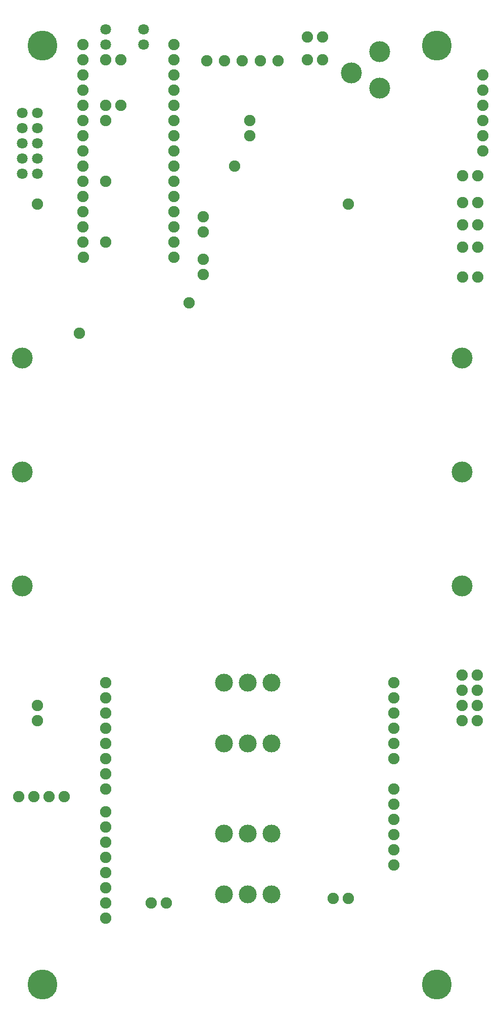
<source format=gbr>
%FSLAX34Y34*%
%MOMM*%
%LNSOLDERMASK_BOTTOM*%
G71*
G01*
%ADD10C, 5.00*%
%ADD11C, 1.80*%
%ADD12C, 1.90*%
%ADD13C, 1.90*%
%ADD14C, 3.50*%
%ADD15C, 3.00*%
%ADD16C, 1.80*%
%LPD*%
X110000Y-1635000D02*
G54D10*
D03*
X770000Y-1635000D02*
G54D10*
D03*
X101600Y-228600D02*
G54D11*
D03*
X101500Y-279400D02*
G54D11*
D03*
X215900Y-292100D02*
G54D12*
D03*
X215900Y-393700D02*
G54D12*
D03*
X384650Y-90400D02*
G54D13*
D03*
X414650Y-90400D02*
G54D13*
D03*
X444650Y-90400D02*
G54D13*
D03*
X474650Y-90400D02*
G54D13*
D03*
X504650Y-90400D02*
G54D13*
D03*
X698500Y-1130300D02*
G54D12*
D03*
X698500Y-1155700D02*
G54D12*
D03*
X698500Y-1181100D02*
G54D12*
D03*
X698500Y-1206500D02*
G54D12*
D03*
X698500Y-1231900D02*
G54D12*
D03*
X698500Y-1257300D02*
G54D12*
D03*
X698500Y-1308100D02*
G54D12*
D03*
X698500Y-1333500D02*
G54D12*
D03*
X698500Y-1358900D02*
G54D12*
D03*
X698500Y-1384300D02*
G54D12*
D03*
X698500Y-1409700D02*
G54D12*
D03*
X698500Y-1435100D02*
G54D12*
D03*
X215900Y-1130300D02*
G54D12*
D03*
X215900Y-1155700D02*
G54D12*
D03*
X215900Y-1181100D02*
G54D12*
D03*
X215900Y-1206500D02*
G54D12*
D03*
X215900Y-1231900D02*
G54D12*
D03*
X215900Y-1257300D02*
G54D12*
D03*
X215900Y-1282700D02*
G54D12*
D03*
X215900Y-1308100D02*
G54D12*
D03*
X215900Y-1346200D02*
G54D12*
D03*
X215900Y-1371600D02*
G54D12*
D03*
X215900Y-1397000D02*
G54D12*
D03*
X215900Y-1422400D02*
G54D12*
D03*
X215900Y-1447800D02*
G54D12*
D03*
X215900Y-1473200D02*
G54D12*
D03*
X215900Y-1498600D02*
G54D12*
D03*
X215900Y-1524000D02*
G54D12*
D03*
X846900Y-114300D02*
G54D12*
D03*
X846900Y-139700D02*
G54D12*
D03*
X846900Y-165100D02*
G54D12*
D03*
X846900Y-190500D02*
G54D12*
D03*
X846900Y-215900D02*
G54D12*
D03*
X846900Y-241300D02*
G54D12*
D03*
X177800Y-63500D02*
G54D12*
D03*
X177800Y-88900D02*
G54D12*
D03*
X177800Y-114300D02*
G54D12*
D03*
X177800Y-139700D02*
G54D12*
D03*
X177800Y-165100D02*
G54D12*
D03*
X177800Y-190500D02*
G54D12*
D03*
X177800Y-215900D02*
G54D12*
D03*
X177800Y-241300D02*
G54D12*
D03*
X177800Y-266700D02*
G54D12*
D03*
X177800Y-292100D02*
G54D12*
D03*
X177800Y-317500D02*
G54D12*
D03*
X177800Y-342900D02*
G54D12*
D03*
X177800Y-368300D02*
G54D12*
D03*
X177800Y-393700D02*
G54D12*
D03*
X178600Y-419100D02*
G54D12*
D03*
X330200Y-63500D02*
G54D12*
D03*
X330200Y-114300D02*
G54D12*
D03*
X330200Y-139700D02*
G54D12*
D03*
X330200Y-165100D02*
G54D12*
D03*
X330200Y-190500D02*
G54D12*
D03*
X330200Y-215900D02*
G54D12*
D03*
X330200Y-241300D02*
G54D12*
D03*
X330200Y-266700D02*
G54D12*
D03*
X330200Y-292100D02*
G54D12*
D03*
X330200Y-317500D02*
G54D12*
D03*
X330200Y-342900D02*
G54D12*
D03*
X330200Y-368300D02*
G54D12*
D03*
X330200Y-393700D02*
G54D12*
D03*
X330200Y-419100D02*
G54D12*
D03*
X330200Y-88900D02*
G54D12*
D03*
X838200Y-1193800D02*
G54D12*
D03*
X838200Y-1168400D02*
G54D12*
D03*
X838200Y-1143000D02*
G54D12*
D03*
X838200Y-1117600D02*
G54D12*
D03*
X812800Y-1117600D02*
G54D12*
D03*
X812800Y-1143000D02*
G54D12*
D03*
X812800Y-1168400D02*
G54D12*
D03*
X812800Y-1193800D02*
G54D12*
D03*
X69850Y-1320800D02*
G54D12*
D03*
X95250Y-1320800D02*
G54D12*
D03*
X120650Y-1320800D02*
G54D12*
D03*
X146050Y-1320800D02*
G54D12*
D03*
X101600Y-330200D02*
G54D12*
D03*
X76200Y-587375D02*
G54D14*
D03*
X76200Y-968375D02*
G54D14*
D03*
X812800Y-968375D02*
G54D14*
D03*
X812800Y-587375D02*
G54D14*
D03*
X76200Y-777875D02*
G54D14*
D03*
X812800Y-777875D02*
G54D14*
D03*
X215900Y-190500D02*
G54D12*
D03*
X241300Y-165100D02*
G54D12*
D03*
X215900Y-165100D02*
G54D12*
D03*
X241300Y-88900D02*
G54D12*
D03*
X215900Y-88900D02*
G54D12*
D03*
X493200Y-1382500D02*
G54D15*
D03*
X453600Y-1382500D02*
G54D15*
D03*
X414000Y-1382500D02*
G54D15*
D03*
X414200Y-1130200D02*
G54D15*
D03*
X453800Y-1130200D02*
G54D15*
D03*
X493400Y-1130200D02*
G54D15*
D03*
X279400Y-63500D02*
G54D16*
D03*
X215900Y-63500D02*
G54D16*
D03*
X101600Y-1168400D02*
G54D12*
D03*
X101600Y-1193800D02*
G54D12*
D03*
X317500Y-1498600D02*
G54D12*
D03*
X292100Y-1498600D02*
G54D12*
D03*
X596900Y-1490662D02*
G54D12*
D03*
X622300Y-1490662D02*
G54D12*
D03*
X414200Y-1231800D02*
G54D15*
D03*
X453800Y-1231800D02*
G54D15*
D03*
X493400Y-1231800D02*
G54D15*
D03*
X493200Y-1484100D02*
G54D15*
D03*
X453600Y-1484100D02*
G54D15*
D03*
X414000Y-1484100D02*
G54D15*
D03*
X675000Y-75000D02*
G54D14*
D03*
X627000Y-111000D02*
G54D14*
D03*
X675000Y-136000D02*
G54D14*
D03*
X457200Y-190500D02*
G54D12*
D03*
X457200Y-215900D02*
G54D12*
D03*
X431800Y-266700D02*
G54D12*
D03*
X579200Y-88900D02*
G54D12*
D03*
X553800Y-88900D02*
G54D12*
D03*
X553800Y-50800D02*
G54D12*
D03*
X579200Y-50800D02*
G54D12*
D03*
X279400Y-38100D02*
G54D16*
D03*
X215900Y-38100D02*
G54D16*
D03*
X622300Y-330200D02*
G54D12*
D03*
X355600Y-495300D02*
G54D12*
D03*
X171450Y-546100D02*
G54D12*
D03*
X770000Y-65000D02*
G54D10*
D03*
X110000Y-65000D02*
G54D10*
D03*
X839250Y-282350D02*
G54D12*
D03*
X839250Y-327350D02*
G54D12*
D03*
X839250Y-364850D02*
G54D12*
D03*
X839250Y-402350D02*
G54D12*
D03*
X839250Y-452350D02*
G54D12*
D03*
X813850Y-282350D02*
G54D12*
D03*
X813850Y-327350D02*
G54D12*
D03*
X813850Y-364850D02*
G54D12*
D03*
X813850Y-402350D02*
G54D12*
D03*
X813850Y-452350D02*
G54D12*
D03*
X379250Y-351250D02*
G54D12*
D03*
X379250Y-376650D02*
G54D12*
D03*
X379250Y-447350D02*
G54D12*
D03*
X379250Y-421950D02*
G54D12*
D03*
X76200Y-279400D02*
G54D11*
D03*
X101600Y-254000D02*
G54D11*
D03*
X76200Y-203200D02*
G54D11*
D03*
X76200Y-228600D02*
G54D11*
D03*
X76100Y-177800D02*
G54D11*
D03*
X101500Y-177800D02*
G54D11*
D03*
X101500Y-203200D02*
G54D11*
D03*
X76200Y-254000D02*
G54D11*
D03*
M02*

</source>
